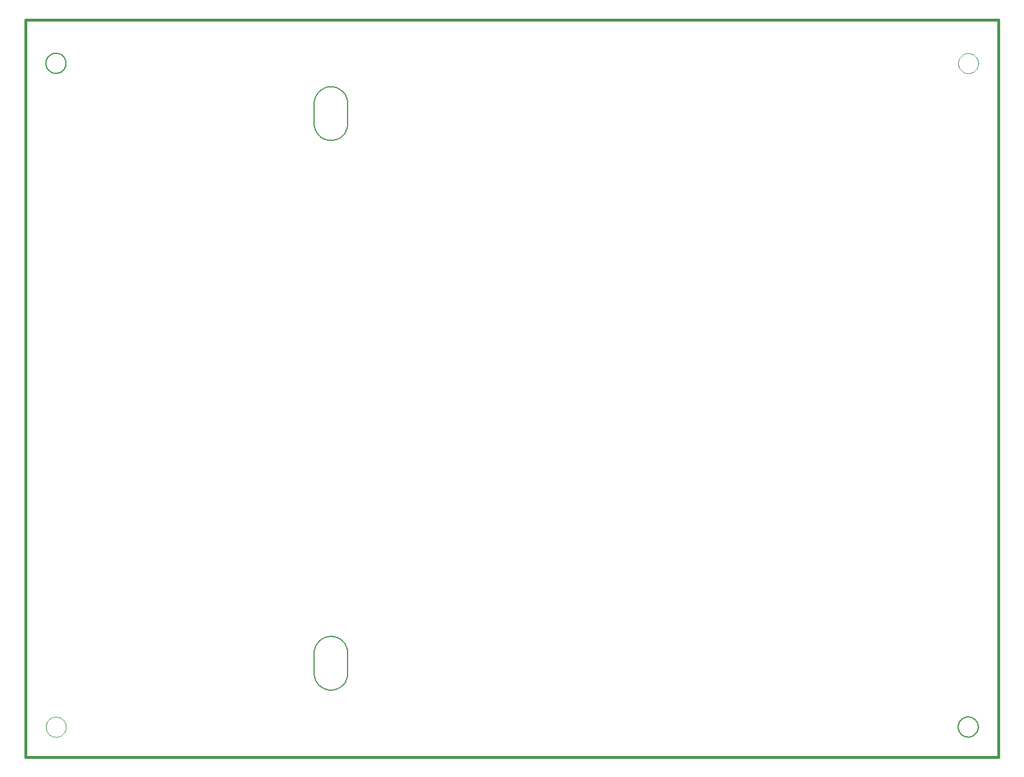
<source format=gko>
G75*
G70*
%OFA0B0*%
%FSLAX24Y24*%
%IPPOS*%
%LPD*%
%AMOC8*
5,1,8,0,0,1.08239X$1,22.5*
%
%ADD10C,0.0160*%
%ADD11C,0.0039*%
%ADD12C,0.0060*%
%ADD13C,0.0000*%
%ADD14C,0.0050*%
D10*
X000977Y000973D02*
X000977Y044280D01*
X058064Y044280D01*
X058064Y000973D01*
X000977Y000973D01*
D11*
X002158Y002745D02*
X002160Y002793D01*
X002166Y002841D01*
X002176Y002888D01*
X002189Y002934D01*
X002207Y002979D01*
X002227Y003023D01*
X002252Y003065D01*
X002280Y003104D01*
X002310Y003141D01*
X002344Y003175D01*
X002381Y003207D01*
X002419Y003236D01*
X002460Y003261D01*
X002503Y003283D01*
X002548Y003301D01*
X002594Y003315D01*
X002641Y003326D01*
X002689Y003333D01*
X002737Y003336D01*
X002785Y003335D01*
X002833Y003330D01*
X002881Y003321D01*
X002927Y003309D01*
X002972Y003292D01*
X003016Y003272D01*
X003058Y003249D01*
X003098Y003222D01*
X003136Y003192D01*
X003171Y003159D01*
X003203Y003123D01*
X003233Y003085D01*
X003259Y003044D01*
X003281Y003001D01*
X003301Y002957D01*
X003316Y002912D01*
X003328Y002865D01*
X003336Y002817D01*
X003340Y002769D01*
X003340Y002721D01*
X003336Y002673D01*
X003328Y002625D01*
X003316Y002578D01*
X003301Y002533D01*
X003281Y002489D01*
X003259Y002446D01*
X003233Y002405D01*
X003203Y002367D01*
X003171Y002331D01*
X003136Y002298D01*
X003098Y002268D01*
X003058Y002241D01*
X003016Y002218D01*
X002972Y002198D01*
X002927Y002181D01*
X002881Y002169D01*
X002833Y002160D01*
X002785Y002155D01*
X002737Y002154D01*
X002689Y002157D01*
X002641Y002164D01*
X002594Y002175D01*
X002548Y002189D01*
X002503Y002207D01*
X002460Y002229D01*
X002419Y002254D01*
X002381Y002283D01*
X002344Y002315D01*
X002310Y002349D01*
X002280Y002386D01*
X002252Y002425D01*
X002227Y002467D01*
X002207Y002511D01*
X002189Y002556D01*
X002176Y002602D01*
X002166Y002649D01*
X002160Y002697D01*
X002158Y002745D01*
X055701Y041721D02*
X055703Y041769D01*
X055709Y041817D01*
X055719Y041864D01*
X055732Y041910D01*
X055750Y041955D01*
X055770Y041999D01*
X055795Y042041D01*
X055823Y042080D01*
X055853Y042117D01*
X055887Y042151D01*
X055924Y042183D01*
X055962Y042212D01*
X056003Y042237D01*
X056046Y042259D01*
X056091Y042277D01*
X056137Y042291D01*
X056184Y042302D01*
X056232Y042309D01*
X056280Y042312D01*
X056328Y042311D01*
X056376Y042306D01*
X056424Y042297D01*
X056470Y042285D01*
X056515Y042268D01*
X056559Y042248D01*
X056601Y042225D01*
X056641Y042198D01*
X056679Y042168D01*
X056714Y042135D01*
X056746Y042099D01*
X056776Y042061D01*
X056802Y042020D01*
X056824Y041977D01*
X056844Y041933D01*
X056859Y041888D01*
X056871Y041841D01*
X056879Y041793D01*
X056883Y041745D01*
X056883Y041697D01*
X056879Y041649D01*
X056871Y041601D01*
X056859Y041554D01*
X056844Y041509D01*
X056824Y041465D01*
X056802Y041422D01*
X056776Y041381D01*
X056746Y041343D01*
X056714Y041307D01*
X056679Y041274D01*
X056641Y041244D01*
X056601Y041217D01*
X056559Y041194D01*
X056515Y041174D01*
X056470Y041157D01*
X056424Y041145D01*
X056376Y041136D01*
X056328Y041131D01*
X056280Y041130D01*
X056232Y041133D01*
X056184Y041140D01*
X056137Y041151D01*
X056091Y041165D01*
X056046Y041183D01*
X056003Y041205D01*
X055962Y041230D01*
X055924Y041259D01*
X055887Y041291D01*
X055853Y041325D01*
X055823Y041362D01*
X055795Y041401D01*
X055770Y041443D01*
X055750Y041487D01*
X055732Y041532D01*
X055719Y041578D01*
X055709Y041625D01*
X055703Y041673D01*
X055701Y041721D01*
D12*
X055701Y002745D02*
X055703Y002793D01*
X055709Y002841D01*
X055719Y002888D01*
X055732Y002934D01*
X055750Y002979D01*
X055770Y003023D01*
X055795Y003065D01*
X055823Y003104D01*
X055853Y003141D01*
X055887Y003175D01*
X055924Y003207D01*
X055962Y003236D01*
X056003Y003261D01*
X056046Y003283D01*
X056091Y003301D01*
X056137Y003315D01*
X056184Y003326D01*
X056232Y003333D01*
X056280Y003336D01*
X056328Y003335D01*
X056376Y003330D01*
X056424Y003321D01*
X056470Y003309D01*
X056515Y003292D01*
X056559Y003272D01*
X056601Y003249D01*
X056641Y003222D01*
X056679Y003192D01*
X056714Y003159D01*
X056746Y003123D01*
X056776Y003085D01*
X056802Y003044D01*
X056824Y003001D01*
X056844Y002957D01*
X056859Y002912D01*
X056871Y002865D01*
X056879Y002817D01*
X056883Y002769D01*
X056883Y002721D01*
X056879Y002673D01*
X056871Y002625D01*
X056859Y002578D01*
X056844Y002533D01*
X056824Y002489D01*
X056802Y002446D01*
X056776Y002405D01*
X056746Y002367D01*
X056714Y002331D01*
X056679Y002298D01*
X056641Y002268D01*
X056601Y002241D01*
X056559Y002218D01*
X056515Y002198D01*
X056470Y002181D01*
X056424Y002169D01*
X056376Y002160D01*
X056328Y002155D01*
X056280Y002154D01*
X056232Y002157D01*
X056184Y002164D01*
X056137Y002175D01*
X056091Y002189D01*
X056046Y002207D01*
X056003Y002229D01*
X055962Y002254D01*
X055924Y002283D01*
X055887Y002315D01*
X055853Y002349D01*
X055823Y002386D01*
X055795Y002425D01*
X055770Y002467D01*
X055750Y002511D01*
X055732Y002556D01*
X055719Y002602D01*
X055709Y002649D01*
X055703Y002697D01*
X055701Y002745D01*
X002158Y041721D02*
X002160Y041769D01*
X002166Y041817D01*
X002176Y041864D01*
X002189Y041910D01*
X002207Y041955D01*
X002227Y041999D01*
X002252Y042041D01*
X002280Y042080D01*
X002310Y042117D01*
X002344Y042151D01*
X002381Y042183D01*
X002419Y042212D01*
X002460Y042237D01*
X002503Y042259D01*
X002548Y042277D01*
X002594Y042291D01*
X002641Y042302D01*
X002689Y042309D01*
X002737Y042312D01*
X002785Y042311D01*
X002833Y042306D01*
X002881Y042297D01*
X002927Y042285D01*
X002972Y042268D01*
X003016Y042248D01*
X003058Y042225D01*
X003098Y042198D01*
X003136Y042168D01*
X003171Y042135D01*
X003203Y042099D01*
X003233Y042061D01*
X003259Y042020D01*
X003281Y041977D01*
X003301Y041933D01*
X003316Y041888D01*
X003328Y041841D01*
X003336Y041793D01*
X003340Y041745D01*
X003340Y041697D01*
X003336Y041649D01*
X003328Y041601D01*
X003316Y041554D01*
X003301Y041509D01*
X003281Y041465D01*
X003259Y041422D01*
X003233Y041381D01*
X003203Y041343D01*
X003171Y041307D01*
X003136Y041274D01*
X003098Y041244D01*
X003058Y041217D01*
X003016Y041194D01*
X002972Y041174D01*
X002927Y041157D01*
X002881Y041145D01*
X002833Y041136D01*
X002785Y041131D01*
X002737Y041130D01*
X002689Y041133D01*
X002641Y041140D01*
X002594Y041151D01*
X002548Y041165D01*
X002503Y041183D01*
X002460Y041205D01*
X002419Y041230D01*
X002381Y041259D01*
X002344Y041291D01*
X002310Y041325D01*
X002280Y041362D01*
X002252Y041401D01*
X002227Y041443D01*
X002207Y041487D01*
X002189Y041532D01*
X002176Y041578D01*
X002166Y041625D01*
X002160Y041673D01*
X002158Y041721D01*
D13*
X002160Y041769D01*
X002166Y041817D01*
X002176Y041864D01*
X002189Y041910D01*
X002207Y041955D01*
X002227Y041999D01*
X002252Y042041D01*
X002280Y042080D01*
X002310Y042117D01*
X002344Y042151D01*
X002381Y042183D01*
X002419Y042212D01*
X002460Y042237D01*
X002503Y042259D01*
X002548Y042277D01*
X002594Y042291D01*
X002641Y042302D01*
X002689Y042309D01*
X002737Y042312D01*
X002785Y042311D01*
X002833Y042306D01*
X002881Y042297D01*
X002927Y042285D01*
X002972Y042268D01*
X003016Y042248D01*
X003058Y042225D01*
X003098Y042198D01*
X003136Y042168D01*
X003171Y042135D01*
X003203Y042099D01*
X003233Y042061D01*
X003259Y042020D01*
X003281Y041977D01*
X003301Y041933D01*
X003316Y041888D01*
X003328Y041841D01*
X003336Y041793D01*
X003340Y041745D01*
X003340Y041697D01*
X003336Y041649D01*
X003328Y041601D01*
X003316Y041554D01*
X003301Y041509D01*
X003281Y041465D01*
X003259Y041422D01*
X003233Y041381D01*
X003203Y041343D01*
X003171Y041307D01*
X003136Y041274D01*
X003098Y041244D01*
X003058Y041217D01*
X003016Y041194D01*
X002972Y041174D01*
X002927Y041157D01*
X002881Y041145D01*
X002833Y041136D01*
X002785Y041131D01*
X002737Y041130D01*
X002689Y041133D01*
X002641Y041140D01*
X002594Y041151D01*
X002548Y041165D01*
X002503Y041183D01*
X002460Y041205D01*
X002419Y041230D01*
X002381Y041259D01*
X002344Y041291D01*
X002310Y041325D01*
X002280Y041362D01*
X002252Y041401D01*
X002227Y041443D01*
X002207Y041487D01*
X002189Y041532D01*
X002176Y041578D01*
X002166Y041625D01*
X002160Y041673D01*
X002158Y041721D01*
X002158Y002745D02*
X002160Y002793D01*
X002166Y002841D01*
X002176Y002888D01*
X002189Y002934D01*
X002207Y002979D01*
X002227Y003023D01*
X002252Y003065D01*
X002280Y003104D01*
X002310Y003141D01*
X002344Y003175D01*
X002381Y003207D01*
X002419Y003236D01*
X002460Y003261D01*
X002503Y003283D01*
X002548Y003301D01*
X002594Y003315D01*
X002641Y003326D01*
X002689Y003333D01*
X002737Y003336D01*
X002785Y003335D01*
X002833Y003330D01*
X002881Y003321D01*
X002927Y003309D01*
X002972Y003292D01*
X003016Y003272D01*
X003058Y003249D01*
X003098Y003222D01*
X003136Y003192D01*
X003171Y003159D01*
X003203Y003123D01*
X003233Y003085D01*
X003259Y003044D01*
X003281Y003001D01*
X003301Y002957D01*
X003316Y002912D01*
X003328Y002865D01*
X003336Y002817D01*
X003340Y002769D01*
X003340Y002721D01*
X003336Y002673D01*
X003328Y002625D01*
X003316Y002578D01*
X003301Y002533D01*
X003281Y002489D01*
X003259Y002446D01*
X003233Y002405D01*
X003203Y002367D01*
X003171Y002331D01*
X003136Y002298D01*
X003098Y002268D01*
X003058Y002241D01*
X003016Y002218D01*
X002972Y002198D01*
X002927Y002181D01*
X002881Y002169D01*
X002833Y002160D01*
X002785Y002155D01*
X002737Y002154D01*
X002689Y002157D01*
X002641Y002164D01*
X002594Y002175D01*
X002548Y002189D01*
X002503Y002207D01*
X002460Y002229D01*
X002419Y002254D01*
X002381Y002283D01*
X002344Y002315D01*
X002310Y002349D01*
X002280Y002386D01*
X002252Y002425D01*
X002227Y002467D01*
X002207Y002511D01*
X002189Y002556D01*
X002176Y002602D01*
X002166Y002649D01*
X002160Y002697D01*
X002158Y002745D01*
X055701Y002745D02*
X055703Y002793D01*
X055709Y002841D01*
X055719Y002888D01*
X055732Y002934D01*
X055750Y002979D01*
X055770Y003023D01*
X055795Y003065D01*
X055823Y003104D01*
X055853Y003141D01*
X055887Y003175D01*
X055924Y003207D01*
X055962Y003236D01*
X056003Y003261D01*
X056046Y003283D01*
X056091Y003301D01*
X056137Y003315D01*
X056184Y003326D01*
X056232Y003333D01*
X056280Y003336D01*
X056328Y003335D01*
X056376Y003330D01*
X056424Y003321D01*
X056470Y003309D01*
X056515Y003292D01*
X056559Y003272D01*
X056601Y003249D01*
X056641Y003222D01*
X056679Y003192D01*
X056714Y003159D01*
X056746Y003123D01*
X056776Y003085D01*
X056802Y003044D01*
X056824Y003001D01*
X056844Y002957D01*
X056859Y002912D01*
X056871Y002865D01*
X056879Y002817D01*
X056883Y002769D01*
X056883Y002721D01*
X056879Y002673D01*
X056871Y002625D01*
X056859Y002578D01*
X056844Y002533D01*
X056824Y002489D01*
X056802Y002446D01*
X056776Y002405D01*
X056746Y002367D01*
X056714Y002331D01*
X056679Y002298D01*
X056641Y002268D01*
X056601Y002241D01*
X056559Y002218D01*
X056515Y002198D01*
X056470Y002181D01*
X056424Y002169D01*
X056376Y002160D01*
X056328Y002155D01*
X056280Y002154D01*
X056232Y002157D01*
X056184Y002164D01*
X056137Y002175D01*
X056091Y002189D01*
X056046Y002207D01*
X056003Y002229D01*
X055962Y002254D01*
X055924Y002283D01*
X055887Y002315D01*
X055853Y002349D01*
X055823Y002386D01*
X055795Y002425D01*
X055770Y002467D01*
X055750Y002511D01*
X055732Y002556D01*
X055719Y002602D01*
X055709Y002649D01*
X055703Y002697D01*
X055701Y002745D01*
X055701Y041721D02*
X055703Y041769D01*
X055709Y041817D01*
X055719Y041864D01*
X055732Y041910D01*
X055750Y041955D01*
X055770Y041999D01*
X055795Y042041D01*
X055823Y042080D01*
X055853Y042117D01*
X055887Y042151D01*
X055924Y042183D01*
X055962Y042212D01*
X056003Y042237D01*
X056046Y042259D01*
X056091Y042277D01*
X056137Y042291D01*
X056184Y042302D01*
X056232Y042309D01*
X056280Y042312D01*
X056328Y042311D01*
X056376Y042306D01*
X056424Y042297D01*
X056470Y042285D01*
X056515Y042268D01*
X056559Y042248D01*
X056601Y042225D01*
X056641Y042198D01*
X056679Y042168D01*
X056714Y042135D01*
X056746Y042099D01*
X056776Y042061D01*
X056802Y042020D01*
X056824Y041977D01*
X056844Y041933D01*
X056859Y041888D01*
X056871Y041841D01*
X056879Y041793D01*
X056883Y041745D01*
X056883Y041697D01*
X056879Y041649D01*
X056871Y041601D01*
X056859Y041554D01*
X056844Y041509D01*
X056824Y041465D01*
X056802Y041422D01*
X056776Y041381D01*
X056746Y041343D01*
X056714Y041307D01*
X056679Y041274D01*
X056641Y041244D01*
X056601Y041217D01*
X056559Y041194D01*
X056515Y041174D01*
X056470Y041157D01*
X056424Y041145D01*
X056376Y041136D01*
X056328Y041131D01*
X056280Y041130D01*
X056232Y041133D01*
X056184Y041140D01*
X056137Y041151D01*
X056091Y041165D01*
X056046Y041183D01*
X056003Y041205D01*
X055962Y041230D01*
X055924Y041259D01*
X055887Y041291D01*
X055853Y041325D01*
X055823Y041362D01*
X055795Y041401D01*
X055770Y041443D01*
X055750Y041487D01*
X055732Y041532D01*
X055719Y041578D01*
X055709Y041625D01*
X055703Y041673D01*
X055701Y041721D01*
D14*
X019875Y039359D02*
X019875Y038178D01*
X019873Y038116D01*
X019867Y038055D01*
X019858Y037994D01*
X019844Y037933D01*
X019827Y037874D01*
X019806Y037816D01*
X019781Y037759D01*
X019753Y037704D01*
X019722Y037651D01*
X019687Y037600D01*
X019649Y037551D01*
X019608Y037504D01*
X019565Y037461D01*
X019518Y037420D01*
X019469Y037382D01*
X019418Y037347D01*
X019365Y037316D01*
X019310Y037288D01*
X019253Y037263D01*
X019195Y037242D01*
X019136Y037225D01*
X019075Y037211D01*
X019014Y037202D01*
X018953Y037196D01*
X018891Y037194D01*
X018829Y037196D01*
X018768Y037202D01*
X018707Y037211D01*
X018646Y037225D01*
X018587Y037242D01*
X018529Y037263D01*
X018472Y037288D01*
X018417Y037316D01*
X018364Y037347D01*
X018313Y037382D01*
X018264Y037420D01*
X018217Y037461D01*
X018174Y037504D01*
X018133Y037551D01*
X018095Y037600D01*
X018060Y037651D01*
X018029Y037704D01*
X018001Y037759D01*
X017976Y037816D01*
X017955Y037874D01*
X017938Y037933D01*
X017924Y037994D01*
X017915Y038055D01*
X017909Y038116D01*
X017907Y038178D01*
X017906Y038178D02*
X017906Y039359D01*
X017907Y039359D02*
X017909Y039421D01*
X017915Y039482D01*
X017924Y039543D01*
X017938Y039604D01*
X017955Y039663D01*
X017976Y039721D01*
X018001Y039778D01*
X018029Y039833D01*
X018060Y039886D01*
X018095Y039937D01*
X018133Y039986D01*
X018174Y040033D01*
X018217Y040076D01*
X018264Y040117D01*
X018313Y040155D01*
X018364Y040190D01*
X018417Y040221D01*
X018472Y040249D01*
X018529Y040274D01*
X018587Y040295D01*
X018646Y040312D01*
X018707Y040326D01*
X018768Y040335D01*
X018829Y040341D01*
X018891Y040343D01*
X018953Y040341D01*
X019014Y040335D01*
X019075Y040326D01*
X019136Y040312D01*
X019195Y040295D01*
X019253Y040274D01*
X019310Y040249D01*
X019365Y040221D01*
X019418Y040190D01*
X019469Y040155D01*
X019518Y040117D01*
X019565Y040076D01*
X019608Y040033D01*
X019649Y039986D01*
X019687Y039937D01*
X019722Y039886D01*
X019753Y039833D01*
X019781Y039778D01*
X019806Y039721D01*
X019827Y039663D01*
X019844Y039604D01*
X019858Y039543D01*
X019867Y039482D01*
X019873Y039421D01*
X019875Y039359D01*
X019875Y007076D02*
X019875Y005894D01*
X019873Y005832D01*
X019867Y005771D01*
X019858Y005710D01*
X019844Y005649D01*
X019827Y005590D01*
X019806Y005532D01*
X019781Y005475D01*
X019753Y005420D01*
X019722Y005367D01*
X019687Y005316D01*
X019649Y005267D01*
X019608Y005220D01*
X019565Y005177D01*
X019518Y005136D01*
X019469Y005098D01*
X019418Y005063D01*
X019365Y005032D01*
X019310Y005004D01*
X019253Y004979D01*
X019195Y004958D01*
X019136Y004941D01*
X019075Y004927D01*
X019014Y004918D01*
X018953Y004912D01*
X018891Y004910D01*
X018829Y004912D01*
X018768Y004918D01*
X018707Y004927D01*
X018646Y004941D01*
X018587Y004958D01*
X018529Y004979D01*
X018472Y005004D01*
X018417Y005032D01*
X018364Y005063D01*
X018313Y005098D01*
X018264Y005136D01*
X018217Y005177D01*
X018174Y005220D01*
X018133Y005267D01*
X018095Y005316D01*
X018060Y005367D01*
X018029Y005420D01*
X018001Y005475D01*
X017976Y005532D01*
X017955Y005590D01*
X017938Y005649D01*
X017924Y005710D01*
X017915Y005771D01*
X017909Y005832D01*
X017907Y005894D01*
X017906Y005894D02*
X017906Y007076D01*
X017907Y007076D02*
X017909Y007138D01*
X017915Y007199D01*
X017924Y007260D01*
X017938Y007321D01*
X017955Y007380D01*
X017976Y007438D01*
X018001Y007495D01*
X018029Y007550D01*
X018060Y007603D01*
X018095Y007654D01*
X018133Y007703D01*
X018174Y007750D01*
X018217Y007793D01*
X018264Y007834D01*
X018313Y007872D01*
X018364Y007907D01*
X018417Y007938D01*
X018472Y007966D01*
X018529Y007991D01*
X018587Y008012D01*
X018646Y008029D01*
X018707Y008043D01*
X018768Y008052D01*
X018829Y008058D01*
X018891Y008060D01*
X018953Y008058D01*
X019014Y008052D01*
X019075Y008043D01*
X019136Y008029D01*
X019195Y008012D01*
X019253Y007991D01*
X019310Y007966D01*
X019365Y007938D01*
X019418Y007907D01*
X019469Y007872D01*
X019518Y007834D01*
X019565Y007793D01*
X019608Y007750D01*
X019649Y007703D01*
X019687Y007654D01*
X019722Y007603D01*
X019753Y007550D01*
X019781Y007495D01*
X019806Y007438D01*
X019827Y007380D01*
X019844Y007321D01*
X019858Y007260D01*
X019867Y007199D01*
X019873Y007138D01*
X019875Y007076D01*
M02*

</source>
